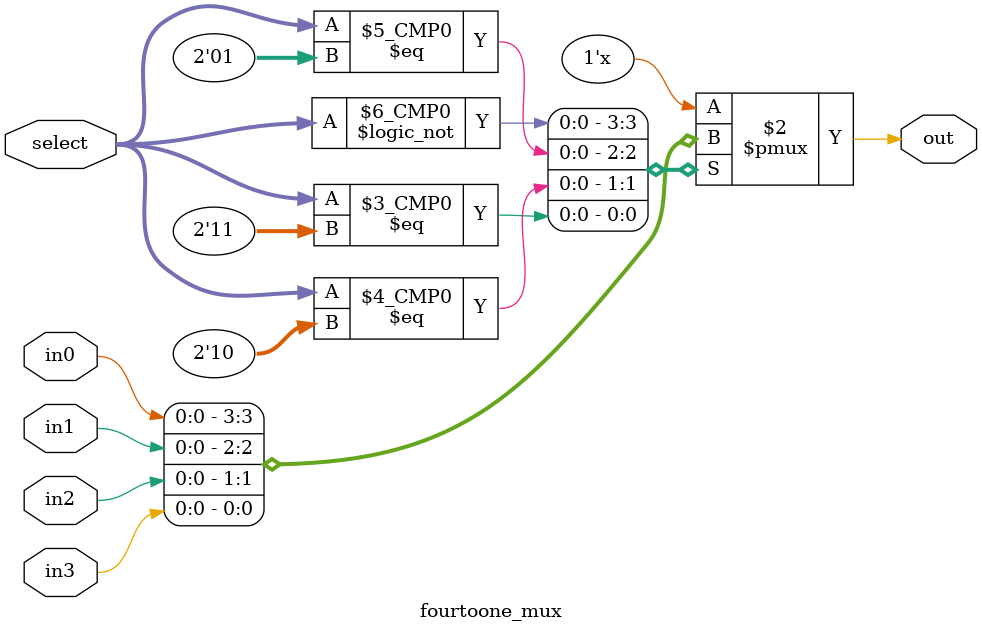
<source format=v>
module fourtoone_mux(in1,in2,in3,in0, select, out);
input in1, in2, in3, in0;
input [1:0] select;
output reg out;

always begin
	case(select)
		2'b00:
			out <= in0;
		2'b01:
			out <= in1;
		2'b10:
			out <= in2;
		2'b11:
			out <= in3;
endcase
end
endmodule

</source>
